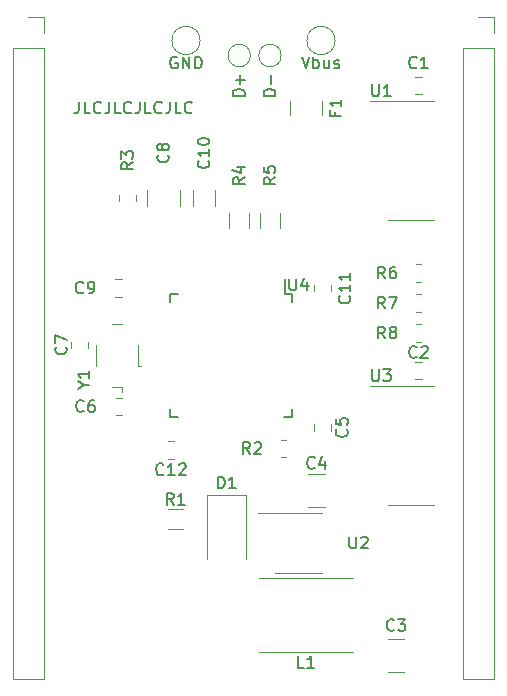
<source format=gbr>
%TF.GenerationSoftware,KiCad,Pcbnew,(5.1.7)-1*%
%TF.CreationDate,2021-01-12T16:12:07+01:00*%
%TF.ProjectId,slckb,736c636b-622e-46b6-9963-61645f706362,rev?*%
%TF.SameCoordinates,Original*%
%TF.FileFunction,Legend,Top*%
%TF.FilePolarity,Positive*%
%FSLAX46Y46*%
G04 Gerber Fmt 4.6, Leading zero omitted, Abs format (unit mm)*
G04 Created by KiCad (PCBNEW (5.1.7)-1) date 2021-01-12 16:12:08*
%MOMM*%
%LPD*%
G01*
G04 APERTURE LIST*
%ADD10C,0.150000*%
%ADD11C,0.120000*%
G04 APERTURE END LIST*
D10*
X175720952Y-59142380D02*
X175720952Y-59856666D01*
X175673333Y-59999523D01*
X175578095Y-60094761D01*
X175435238Y-60142380D01*
X175340000Y-60142380D01*
X176673333Y-60142380D02*
X176197142Y-60142380D01*
X176197142Y-59142380D01*
X177578095Y-60047142D02*
X177530476Y-60094761D01*
X177387619Y-60142380D01*
X177292380Y-60142380D01*
X177149523Y-60094761D01*
X177054285Y-59999523D01*
X177006666Y-59904285D01*
X176959047Y-59713809D01*
X176959047Y-59570952D01*
X177006666Y-59380476D01*
X177054285Y-59285238D01*
X177149523Y-59190000D01*
X177292380Y-59142380D01*
X177387619Y-59142380D01*
X177530476Y-59190000D01*
X177578095Y-59237619D01*
X178292380Y-59142380D02*
X178292380Y-59856666D01*
X178244761Y-59999523D01*
X178149523Y-60094761D01*
X178006666Y-60142380D01*
X177911428Y-60142380D01*
X179244761Y-60142380D02*
X178768571Y-60142380D01*
X178768571Y-59142380D01*
X180149523Y-60047142D02*
X180101904Y-60094761D01*
X179959047Y-60142380D01*
X179863809Y-60142380D01*
X179720952Y-60094761D01*
X179625714Y-59999523D01*
X179578095Y-59904285D01*
X179530476Y-59713809D01*
X179530476Y-59570952D01*
X179578095Y-59380476D01*
X179625714Y-59285238D01*
X179720952Y-59190000D01*
X179863809Y-59142380D01*
X179959047Y-59142380D01*
X180101904Y-59190000D01*
X180149523Y-59237619D01*
X180863809Y-59142380D02*
X180863809Y-59856666D01*
X180816190Y-59999523D01*
X180720952Y-60094761D01*
X180578095Y-60142380D01*
X180482857Y-60142380D01*
X181816190Y-60142380D02*
X181340000Y-60142380D01*
X181340000Y-59142380D01*
X182720952Y-60047142D02*
X182673333Y-60094761D01*
X182530476Y-60142380D01*
X182435238Y-60142380D01*
X182292380Y-60094761D01*
X182197142Y-59999523D01*
X182149523Y-59904285D01*
X182101904Y-59713809D01*
X182101904Y-59570952D01*
X182149523Y-59380476D01*
X182197142Y-59285238D01*
X182292380Y-59190000D01*
X182435238Y-59142380D01*
X182530476Y-59142380D01*
X182673333Y-59190000D01*
X182720952Y-59237619D01*
X183435238Y-59142380D02*
X183435238Y-59856666D01*
X183387619Y-59999523D01*
X183292380Y-60094761D01*
X183149523Y-60142380D01*
X183054285Y-60142380D01*
X184387619Y-60142380D02*
X183911428Y-60142380D01*
X183911428Y-59142380D01*
X185292380Y-60047142D02*
X185244761Y-60094761D01*
X185101904Y-60142380D01*
X185006666Y-60142380D01*
X184863809Y-60094761D01*
X184768571Y-59999523D01*
X184720952Y-59904285D01*
X184673333Y-59713809D01*
X184673333Y-59570952D01*
X184720952Y-59380476D01*
X184768571Y-59285238D01*
X184863809Y-59190000D01*
X185006666Y-59142380D01*
X185101904Y-59142380D01*
X185244761Y-59190000D01*
X185292380Y-59237619D01*
D11*
X204731252Y-82650000D02*
X204208748Y-82650000D01*
X204731252Y-81180000D02*
X204208748Y-81180000D01*
X204242936Y-79475000D02*
X204697064Y-79475000D01*
X204242936Y-78005000D02*
X204697064Y-78005000D01*
X204242936Y-76935000D02*
X204697064Y-76935000D01*
X204242936Y-75465000D02*
X204697064Y-75465000D01*
X204242936Y-74395000D02*
X204697064Y-74395000D01*
X204242936Y-72925000D02*
X204697064Y-72925000D01*
X180567000Y-67082936D02*
X180567000Y-67537064D01*
X179097000Y-67082936D02*
X179097000Y-67537064D01*
X193290564Y-87784000D02*
X192836436Y-87784000D01*
X193290564Y-89254000D02*
X192836436Y-89254000D01*
X209550000Y-52010000D02*
X210880000Y-52010000D01*
X210880000Y-52010000D02*
X210880000Y-53340000D01*
X210880000Y-54610000D02*
X210880000Y-108010000D01*
X208220000Y-108010000D02*
X210880000Y-108010000D01*
X208220000Y-54610000D02*
X208220000Y-108010000D01*
X208220000Y-54610000D02*
X210880000Y-54610000D01*
X171450000Y-52010000D02*
X172780000Y-52010000D01*
X172780000Y-52010000D02*
X172780000Y-53340000D01*
X172780000Y-54610000D02*
X172780000Y-108010000D01*
X170120000Y-108010000D02*
X172780000Y-108010000D01*
X170120000Y-54610000D02*
X170120000Y-108010000D01*
X170120000Y-54610000D02*
X172780000Y-54610000D01*
X184496000Y-95338000D02*
X183296000Y-95338000D01*
X183296000Y-93638000D02*
X184496000Y-93638000D01*
X198945000Y-105716000D02*
X190945000Y-105716000D01*
X198945000Y-99516000D02*
X190945000Y-99516000D01*
X189864000Y-92485000D02*
X186564000Y-92485000D01*
X186564000Y-92485000D02*
X186564000Y-97885000D01*
X189864000Y-92485000D02*
X189864000Y-97885000D01*
X201853748Y-104685000D02*
X203276252Y-104685000D01*
X201853748Y-107405000D02*
X203276252Y-107405000D01*
X185985000Y-53975000D02*
G75*
G03*
X185985000Y-53975000I-1200000J0D01*
G01*
X197415000Y-53975000D02*
G75*
G03*
X197415000Y-53975000I-1200000J0D01*
G01*
X203835000Y-83205000D02*
X200385000Y-83205000D01*
X203835000Y-83205000D02*
X205785000Y-83205000D01*
X203835000Y-93325000D02*
X201885000Y-93325000D01*
X203835000Y-93325000D02*
X205785000Y-93325000D01*
X190244999Y-55245000D02*
G75*
G03*
X190244999Y-55245000I-950000J0D01*
G01*
X192845001Y-55245000D02*
G75*
G03*
X192845001Y-55245000I-950000J0D01*
G01*
X183776252Y-89381000D02*
X183253748Y-89381000D01*
X183776252Y-87911000D02*
X183253748Y-87911000D01*
X195607000Y-75206252D02*
X195607000Y-74683748D01*
X197077000Y-75206252D02*
X197077000Y-74683748D01*
X179331252Y-75665000D02*
X178808748Y-75665000D01*
X179331252Y-74195000D02*
X178808748Y-74195000D01*
X197077000Y-86479748D02*
X197077000Y-87002252D01*
X195607000Y-86479748D02*
X195607000Y-87002252D01*
X204731252Y-58520000D02*
X204208748Y-58520000D01*
X204731252Y-57050000D02*
X204208748Y-57050000D01*
X180743000Y-81545000D02*
X180983000Y-81545000D01*
X180743000Y-79745000D02*
X180743000Y-81545000D01*
X177143000Y-81545000D02*
X177143000Y-79745000D01*
X178543000Y-77945000D02*
X179343000Y-77945000D01*
X179343000Y-83345000D02*
X178543000Y-83345000D01*
X179343000Y-83745000D02*
X179343000Y-83345000D01*
D10*
X193770000Y-75470000D02*
X193195000Y-75470000D01*
X193770000Y-85820000D02*
X193095000Y-85820000D01*
X183420000Y-85820000D02*
X184095000Y-85820000D01*
X183420000Y-75470000D02*
X184095000Y-75470000D01*
X193770000Y-75470000D02*
X193770000Y-76145000D01*
X183420000Y-75470000D02*
X183420000Y-76145000D01*
X183420000Y-85820000D02*
X183420000Y-85145000D01*
X193770000Y-85820000D02*
X193770000Y-85145000D01*
X193195000Y-75470000D02*
X193195000Y-74195000D01*
D11*
X203835000Y-59075000D02*
X200385000Y-59075000D01*
X203835000Y-59075000D02*
X205785000Y-59075000D01*
X203835000Y-69195000D02*
X201885000Y-69195000D01*
X203835000Y-69195000D02*
X205785000Y-69195000D01*
X191045001Y-69815000D02*
X191045001Y-68615000D01*
X192745001Y-68615000D02*
X192745001Y-69815000D01*
X188444999Y-69815000D02*
X188444999Y-68615000D01*
X190144999Y-68615000D02*
X190144999Y-69815000D01*
X196305000Y-60292064D02*
X196305000Y-59087936D01*
X193585000Y-60292064D02*
X193585000Y-59087936D01*
X185399000Y-68021252D02*
X185399000Y-66598748D01*
X187219000Y-68021252D02*
X187219000Y-66598748D01*
X184240000Y-68021252D02*
X184240000Y-66598748D01*
X181520000Y-68021252D02*
X181520000Y-66598748D01*
X175033000Y-80017252D02*
X175033000Y-79494748D01*
X176503000Y-80017252D02*
X176503000Y-79494748D01*
X179366752Y-84228000D02*
X178844248Y-84228000D01*
X179366752Y-85698000D02*
X178844248Y-85698000D01*
X194310000Y-99080000D02*
X196260000Y-99080000D01*
X194310000Y-99080000D02*
X192360000Y-99080000D01*
X194310000Y-93960000D02*
X196260000Y-93960000D01*
X194310000Y-93960000D02*
X190860000Y-93960000D01*
X195122748Y-90715000D02*
X196545252Y-90715000D01*
X195122748Y-93435000D02*
X196545252Y-93435000D01*
D10*
X204303333Y-80748142D02*
X204255714Y-80795761D01*
X204112857Y-80843380D01*
X204017619Y-80843380D01*
X203874761Y-80795761D01*
X203779523Y-80700523D01*
X203731904Y-80605285D01*
X203684285Y-80414809D01*
X203684285Y-80271952D01*
X203731904Y-80081476D01*
X203779523Y-79986238D01*
X203874761Y-79891000D01*
X204017619Y-79843380D01*
X204112857Y-79843380D01*
X204255714Y-79891000D01*
X204303333Y-79938619D01*
X204684285Y-79938619D02*
X204731904Y-79891000D01*
X204827142Y-79843380D01*
X205065238Y-79843380D01*
X205160476Y-79891000D01*
X205208095Y-79938619D01*
X205255714Y-80033857D01*
X205255714Y-80129095D01*
X205208095Y-80271952D01*
X204636666Y-80843380D01*
X205255714Y-80843380D01*
X201636333Y-79192380D02*
X201303000Y-78716190D01*
X201064904Y-79192380D02*
X201064904Y-78192380D01*
X201445857Y-78192380D01*
X201541095Y-78240000D01*
X201588714Y-78287619D01*
X201636333Y-78382857D01*
X201636333Y-78525714D01*
X201588714Y-78620952D01*
X201541095Y-78668571D01*
X201445857Y-78716190D01*
X201064904Y-78716190D01*
X202207761Y-78620952D02*
X202112523Y-78573333D01*
X202064904Y-78525714D01*
X202017285Y-78430476D01*
X202017285Y-78382857D01*
X202064904Y-78287619D01*
X202112523Y-78240000D01*
X202207761Y-78192380D01*
X202398238Y-78192380D01*
X202493476Y-78240000D01*
X202541095Y-78287619D01*
X202588714Y-78382857D01*
X202588714Y-78430476D01*
X202541095Y-78525714D01*
X202493476Y-78573333D01*
X202398238Y-78620952D01*
X202207761Y-78620952D01*
X202112523Y-78668571D01*
X202064904Y-78716190D01*
X202017285Y-78811428D01*
X202017285Y-79001904D01*
X202064904Y-79097142D01*
X202112523Y-79144761D01*
X202207761Y-79192380D01*
X202398238Y-79192380D01*
X202493476Y-79144761D01*
X202541095Y-79097142D01*
X202588714Y-79001904D01*
X202588714Y-78811428D01*
X202541095Y-78716190D01*
X202493476Y-78668571D01*
X202398238Y-78620952D01*
X201636333Y-76652380D02*
X201303000Y-76176190D01*
X201064904Y-76652380D02*
X201064904Y-75652380D01*
X201445857Y-75652380D01*
X201541095Y-75700000D01*
X201588714Y-75747619D01*
X201636333Y-75842857D01*
X201636333Y-75985714D01*
X201588714Y-76080952D01*
X201541095Y-76128571D01*
X201445857Y-76176190D01*
X201064904Y-76176190D01*
X201969666Y-75652380D02*
X202636333Y-75652380D01*
X202207761Y-76652380D01*
X201636333Y-74112380D02*
X201303000Y-73636190D01*
X201064904Y-74112380D02*
X201064904Y-73112380D01*
X201445857Y-73112380D01*
X201541095Y-73160000D01*
X201588714Y-73207619D01*
X201636333Y-73302857D01*
X201636333Y-73445714D01*
X201588714Y-73540952D01*
X201541095Y-73588571D01*
X201445857Y-73636190D01*
X201064904Y-73636190D01*
X202493476Y-73112380D02*
X202303000Y-73112380D01*
X202207761Y-73160000D01*
X202160142Y-73207619D01*
X202064904Y-73350476D01*
X202017285Y-73540952D01*
X202017285Y-73921904D01*
X202064904Y-74017142D01*
X202112523Y-74064761D01*
X202207761Y-74112380D01*
X202398238Y-74112380D01*
X202493476Y-74064761D01*
X202541095Y-74017142D01*
X202588714Y-73921904D01*
X202588714Y-73683809D01*
X202541095Y-73588571D01*
X202493476Y-73540952D01*
X202398238Y-73493333D01*
X202207761Y-73493333D01*
X202112523Y-73540952D01*
X202064904Y-73588571D01*
X202017285Y-73683809D01*
X180284380Y-64301666D02*
X179808190Y-64635000D01*
X180284380Y-64873095D02*
X179284380Y-64873095D01*
X179284380Y-64492142D01*
X179332000Y-64396904D01*
X179379619Y-64349285D01*
X179474857Y-64301666D01*
X179617714Y-64301666D01*
X179712952Y-64349285D01*
X179760571Y-64396904D01*
X179808190Y-64492142D01*
X179808190Y-64873095D01*
X179284380Y-63968333D02*
X179284380Y-63349285D01*
X179665333Y-63682619D01*
X179665333Y-63539761D01*
X179712952Y-63444523D01*
X179760571Y-63396904D01*
X179855809Y-63349285D01*
X180093904Y-63349285D01*
X180189142Y-63396904D01*
X180236761Y-63444523D01*
X180284380Y-63539761D01*
X180284380Y-63825476D01*
X180236761Y-63920714D01*
X180189142Y-63968333D01*
X190206333Y-88971380D02*
X189873000Y-88495190D01*
X189634904Y-88971380D02*
X189634904Y-87971380D01*
X190015857Y-87971380D01*
X190111095Y-88019000D01*
X190158714Y-88066619D01*
X190206333Y-88161857D01*
X190206333Y-88304714D01*
X190158714Y-88399952D01*
X190111095Y-88447571D01*
X190015857Y-88495190D01*
X189634904Y-88495190D01*
X190587285Y-88066619D02*
X190634904Y-88019000D01*
X190730142Y-87971380D01*
X190968238Y-87971380D01*
X191063476Y-88019000D01*
X191111095Y-88066619D01*
X191158714Y-88161857D01*
X191158714Y-88257095D01*
X191111095Y-88399952D01*
X190539666Y-88971380D01*
X191158714Y-88971380D01*
X183729333Y-93290380D02*
X183396000Y-92814190D01*
X183157904Y-93290380D02*
X183157904Y-92290380D01*
X183538857Y-92290380D01*
X183634095Y-92338000D01*
X183681714Y-92385619D01*
X183729333Y-92480857D01*
X183729333Y-92623714D01*
X183681714Y-92718952D01*
X183634095Y-92766571D01*
X183538857Y-92814190D01*
X183157904Y-92814190D01*
X184681714Y-93290380D02*
X184110285Y-93290380D01*
X184396000Y-93290380D02*
X184396000Y-92290380D01*
X184300761Y-92433238D01*
X184205523Y-92528476D01*
X184110285Y-92576095D01*
X194778333Y-107068380D02*
X194302142Y-107068380D01*
X194302142Y-106068380D01*
X195635476Y-107068380D02*
X195064047Y-107068380D01*
X195349761Y-107068380D02*
X195349761Y-106068380D01*
X195254523Y-106211238D01*
X195159285Y-106306476D01*
X195064047Y-106354095D01*
X187475904Y-91892380D02*
X187475904Y-90892380D01*
X187714000Y-90892380D01*
X187856857Y-90940000D01*
X187952095Y-91035238D01*
X187999714Y-91130476D01*
X188047333Y-91320952D01*
X188047333Y-91463809D01*
X187999714Y-91654285D01*
X187952095Y-91749523D01*
X187856857Y-91844761D01*
X187714000Y-91892380D01*
X187475904Y-91892380D01*
X188999714Y-91892380D02*
X188428285Y-91892380D01*
X188714000Y-91892380D02*
X188714000Y-90892380D01*
X188618761Y-91035238D01*
X188523523Y-91130476D01*
X188428285Y-91178095D01*
X202398333Y-103862142D02*
X202350714Y-103909761D01*
X202207857Y-103957380D01*
X202112619Y-103957380D01*
X201969761Y-103909761D01*
X201874523Y-103814523D01*
X201826904Y-103719285D01*
X201779285Y-103528809D01*
X201779285Y-103385952D01*
X201826904Y-103195476D01*
X201874523Y-103100238D01*
X201969761Y-103005000D01*
X202112619Y-102957380D01*
X202207857Y-102957380D01*
X202350714Y-103005000D01*
X202398333Y-103052619D01*
X202731666Y-102957380D02*
X203350714Y-102957380D01*
X203017380Y-103338333D01*
X203160238Y-103338333D01*
X203255476Y-103385952D01*
X203303095Y-103433571D01*
X203350714Y-103528809D01*
X203350714Y-103766904D01*
X203303095Y-103862142D01*
X203255476Y-103909761D01*
X203160238Y-103957380D01*
X202874523Y-103957380D01*
X202779285Y-103909761D01*
X202731666Y-103862142D01*
X184023095Y-55380000D02*
X183927857Y-55332380D01*
X183785000Y-55332380D01*
X183642142Y-55380000D01*
X183546904Y-55475238D01*
X183499285Y-55570476D01*
X183451666Y-55760952D01*
X183451666Y-55903809D01*
X183499285Y-56094285D01*
X183546904Y-56189523D01*
X183642142Y-56284761D01*
X183785000Y-56332380D01*
X183880238Y-56332380D01*
X184023095Y-56284761D01*
X184070714Y-56237142D01*
X184070714Y-55903809D01*
X183880238Y-55903809D01*
X184499285Y-56332380D02*
X184499285Y-55332380D01*
X185070714Y-56332380D01*
X185070714Y-55332380D01*
X185546904Y-56332380D02*
X185546904Y-55332380D01*
X185785000Y-55332380D01*
X185927857Y-55380000D01*
X186023095Y-55475238D01*
X186070714Y-55570476D01*
X186118333Y-55760952D01*
X186118333Y-55903809D01*
X186070714Y-56094285D01*
X186023095Y-56189523D01*
X185927857Y-56284761D01*
X185785000Y-56332380D01*
X185546904Y-56332380D01*
X194572142Y-55332380D02*
X194905476Y-56332380D01*
X195238809Y-55332380D01*
X195572142Y-56332380D02*
X195572142Y-55332380D01*
X195572142Y-55713333D02*
X195667380Y-55665714D01*
X195857857Y-55665714D01*
X195953095Y-55713333D01*
X196000714Y-55760952D01*
X196048333Y-55856190D01*
X196048333Y-56141904D01*
X196000714Y-56237142D01*
X195953095Y-56284761D01*
X195857857Y-56332380D01*
X195667380Y-56332380D01*
X195572142Y-56284761D01*
X196905476Y-55665714D02*
X196905476Y-56332380D01*
X196476904Y-55665714D02*
X196476904Y-56189523D01*
X196524523Y-56284761D01*
X196619761Y-56332380D01*
X196762619Y-56332380D01*
X196857857Y-56284761D01*
X196905476Y-56237142D01*
X197334047Y-56284761D02*
X197429285Y-56332380D01*
X197619761Y-56332380D01*
X197715000Y-56284761D01*
X197762619Y-56189523D01*
X197762619Y-56141904D01*
X197715000Y-56046666D01*
X197619761Y-55999047D01*
X197476904Y-55999047D01*
X197381666Y-55951428D01*
X197334047Y-55856190D01*
X197334047Y-55808571D01*
X197381666Y-55713333D01*
X197476904Y-55665714D01*
X197619761Y-55665714D01*
X197715000Y-55713333D01*
X200533095Y-81817380D02*
X200533095Y-82626904D01*
X200580714Y-82722142D01*
X200628333Y-82769761D01*
X200723571Y-82817380D01*
X200914047Y-82817380D01*
X201009285Y-82769761D01*
X201056904Y-82722142D01*
X201104523Y-82626904D01*
X201104523Y-81817380D01*
X201485476Y-81817380D02*
X202104523Y-81817380D01*
X201771190Y-82198333D01*
X201914047Y-82198333D01*
X202009285Y-82245952D01*
X202056904Y-82293571D01*
X202104523Y-82388809D01*
X202104523Y-82626904D01*
X202056904Y-82722142D01*
X202009285Y-82769761D01*
X201914047Y-82817380D01*
X201628333Y-82817380D01*
X201533095Y-82769761D01*
X201485476Y-82722142D01*
X189745880Y-58665952D02*
X188745880Y-58665952D01*
X188745880Y-58427857D01*
X188793500Y-58285000D01*
X188888738Y-58189761D01*
X188983976Y-58142142D01*
X189174452Y-58094523D01*
X189317309Y-58094523D01*
X189507785Y-58142142D01*
X189603023Y-58189761D01*
X189698261Y-58285000D01*
X189745880Y-58427857D01*
X189745880Y-58665952D01*
X189364928Y-57665952D02*
X189364928Y-56904047D01*
X189745880Y-57285000D02*
X188983976Y-57285000D01*
X192349380Y-58665952D02*
X191349380Y-58665952D01*
X191349380Y-58427857D01*
X191397000Y-58285000D01*
X191492238Y-58189761D01*
X191587476Y-58142142D01*
X191777952Y-58094523D01*
X191920809Y-58094523D01*
X192111285Y-58142142D01*
X192206523Y-58189761D01*
X192301761Y-58285000D01*
X192349380Y-58427857D01*
X192349380Y-58665952D01*
X191968428Y-57665952D02*
X191968428Y-56904047D01*
X182872142Y-90683142D02*
X182824523Y-90730761D01*
X182681666Y-90778380D01*
X182586428Y-90778380D01*
X182443571Y-90730761D01*
X182348333Y-90635523D01*
X182300714Y-90540285D01*
X182253095Y-90349809D01*
X182253095Y-90206952D01*
X182300714Y-90016476D01*
X182348333Y-89921238D01*
X182443571Y-89826000D01*
X182586428Y-89778380D01*
X182681666Y-89778380D01*
X182824523Y-89826000D01*
X182872142Y-89873619D01*
X183824523Y-90778380D02*
X183253095Y-90778380D01*
X183538809Y-90778380D02*
X183538809Y-89778380D01*
X183443571Y-89921238D01*
X183348333Y-90016476D01*
X183253095Y-90064095D01*
X184205476Y-89873619D02*
X184253095Y-89826000D01*
X184348333Y-89778380D01*
X184586428Y-89778380D01*
X184681666Y-89826000D01*
X184729285Y-89873619D01*
X184776904Y-89968857D01*
X184776904Y-90064095D01*
X184729285Y-90206952D01*
X184157857Y-90778380D01*
X184776904Y-90778380D01*
X198604142Y-75587857D02*
X198651761Y-75635476D01*
X198699380Y-75778333D01*
X198699380Y-75873571D01*
X198651761Y-76016428D01*
X198556523Y-76111666D01*
X198461285Y-76159285D01*
X198270809Y-76206904D01*
X198127952Y-76206904D01*
X197937476Y-76159285D01*
X197842238Y-76111666D01*
X197747000Y-76016428D01*
X197699380Y-75873571D01*
X197699380Y-75778333D01*
X197747000Y-75635476D01*
X197794619Y-75587857D01*
X198699380Y-74635476D02*
X198699380Y-75206904D01*
X198699380Y-74921190D02*
X197699380Y-74921190D01*
X197842238Y-75016428D01*
X197937476Y-75111666D01*
X197985095Y-75206904D01*
X198699380Y-73683095D02*
X198699380Y-74254523D01*
X198699380Y-73968809D02*
X197699380Y-73968809D01*
X197842238Y-74064047D01*
X197937476Y-74159285D01*
X197985095Y-74254523D01*
X176073833Y-75287142D02*
X176026214Y-75334761D01*
X175883357Y-75382380D01*
X175788119Y-75382380D01*
X175645261Y-75334761D01*
X175550023Y-75239523D01*
X175502404Y-75144285D01*
X175454785Y-74953809D01*
X175454785Y-74810952D01*
X175502404Y-74620476D01*
X175550023Y-74525238D01*
X175645261Y-74430000D01*
X175788119Y-74382380D01*
X175883357Y-74382380D01*
X176026214Y-74430000D01*
X176073833Y-74477619D01*
X176550023Y-75382380D02*
X176740500Y-75382380D01*
X176835738Y-75334761D01*
X176883357Y-75287142D01*
X176978595Y-75144285D01*
X177026214Y-74953809D01*
X177026214Y-74572857D01*
X176978595Y-74477619D01*
X176930976Y-74430000D01*
X176835738Y-74382380D01*
X176645261Y-74382380D01*
X176550023Y-74430000D01*
X176502404Y-74477619D01*
X176454785Y-74572857D01*
X176454785Y-74810952D01*
X176502404Y-74906190D01*
X176550023Y-74953809D01*
X176645261Y-75001428D01*
X176835738Y-75001428D01*
X176930976Y-74953809D01*
X176978595Y-74906190D01*
X177026214Y-74810952D01*
X198379142Y-86907666D02*
X198426761Y-86955285D01*
X198474380Y-87098142D01*
X198474380Y-87193380D01*
X198426761Y-87336238D01*
X198331523Y-87431476D01*
X198236285Y-87479095D01*
X198045809Y-87526714D01*
X197902952Y-87526714D01*
X197712476Y-87479095D01*
X197617238Y-87431476D01*
X197522000Y-87336238D01*
X197474380Y-87193380D01*
X197474380Y-87098142D01*
X197522000Y-86955285D01*
X197569619Y-86907666D01*
X197474380Y-86002904D02*
X197474380Y-86479095D01*
X197950571Y-86526714D01*
X197902952Y-86479095D01*
X197855333Y-86383857D01*
X197855333Y-86145761D01*
X197902952Y-86050523D01*
X197950571Y-86002904D01*
X198045809Y-85955285D01*
X198283904Y-85955285D01*
X198379142Y-86002904D01*
X198426761Y-86050523D01*
X198474380Y-86145761D01*
X198474380Y-86383857D01*
X198426761Y-86479095D01*
X198379142Y-86526714D01*
X204303333Y-56237142D02*
X204255714Y-56284761D01*
X204112857Y-56332380D01*
X204017619Y-56332380D01*
X203874761Y-56284761D01*
X203779523Y-56189523D01*
X203731904Y-56094285D01*
X203684285Y-55903809D01*
X203684285Y-55760952D01*
X203731904Y-55570476D01*
X203779523Y-55475238D01*
X203874761Y-55380000D01*
X204017619Y-55332380D01*
X204112857Y-55332380D01*
X204255714Y-55380000D01*
X204303333Y-55427619D01*
X205255714Y-56332380D02*
X204684285Y-56332380D01*
X204970000Y-56332380D02*
X204970000Y-55332380D01*
X204874761Y-55475238D01*
X204779523Y-55570476D01*
X204684285Y-55618095D01*
X176125190Y-83153190D02*
X176601380Y-83153190D01*
X175601380Y-83486523D02*
X176125190Y-83153190D01*
X175601380Y-82819857D01*
X176601380Y-81962714D02*
X176601380Y-82534142D01*
X176601380Y-82248428D02*
X175601380Y-82248428D01*
X175744238Y-82343666D01*
X175839476Y-82438904D01*
X175887095Y-82534142D01*
X193548095Y-74128380D02*
X193548095Y-74937904D01*
X193595714Y-75033142D01*
X193643333Y-75080761D01*
X193738571Y-75128380D01*
X193929047Y-75128380D01*
X194024285Y-75080761D01*
X194071904Y-75033142D01*
X194119523Y-74937904D01*
X194119523Y-74128380D01*
X195024285Y-74461714D02*
X195024285Y-75128380D01*
X194786190Y-74080761D02*
X194548095Y-74795047D01*
X195167142Y-74795047D01*
X200533095Y-57687380D02*
X200533095Y-58496904D01*
X200580714Y-58592142D01*
X200628333Y-58639761D01*
X200723571Y-58687380D01*
X200914047Y-58687380D01*
X201009285Y-58639761D01*
X201056904Y-58592142D01*
X201104523Y-58496904D01*
X201104523Y-57687380D01*
X202104523Y-58687380D02*
X201533095Y-58687380D01*
X201818809Y-58687380D02*
X201818809Y-57687380D01*
X201723571Y-57830238D01*
X201628333Y-57925476D01*
X201533095Y-57973095D01*
X192347381Y-65571666D02*
X191871191Y-65905000D01*
X192347381Y-66143095D02*
X191347381Y-66143095D01*
X191347381Y-65762142D01*
X191395001Y-65666904D01*
X191442620Y-65619285D01*
X191537858Y-65571666D01*
X191680715Y-65571666D01*
X191775953Y-65619285D01*
X191823572Y-65666904D01*
X191871191Y-65762142D01*
X191871191Y-66143095D01*
X191347381Y-64666904D02*
X191347381Y-65143095D01*
X191823572Y-65190714D01*
X191775953Y-65143095D01*
X191728334Y-65047857D01*
X191728334Y-64809761D01*
X191775953Y-64714523D01*
X191823572Y-64666904D01*
X191918810Y-64619285D01*
X192156905Y-64619285D01*
X192252143Y-64666904D01*
X192299762Y-64714523D01*
X192347381Y-64809761D01*
X192347381Y-65047857D01*
X192299762Y-65143095D01*
X192252143Y-65190714D01*
X189747379Y-65571666D02*
X189271189Y-65905000D01*
X189747379Y-66143095D02*
X188747379Y-66143095D01*
X188747379Y-65762142D01*
X188794999Y-65666904D01*
X188842618Y-65619285D01*
X188937856Y-65571666D01*
X189080713Y-65571666D01*
X189175951Y-65619285D01*
X189223570Y-65666904D01*
X189271189Y-65762142D01*
X189271189Y-66143095D01*
X189080713Y-64714523D02*
X189747379Y-64714523D01*
X188699760Y-64952619D02*
X189414046Y-65190714D01*
X189414046Y-64571666D01*
X197413571Y-60023333D02*
X197413571Y-60356666D01*
X197937380Y-60356666D02*
X196937380Y-60356666D01*
X196937380Y-59880476D01*
X197937380Y-58975714D02*
X197937380Y-59547142D01*
X197937380Y-59261428D02*
X196937380Y-59261428D01*
X197080238Y-59356666D01*
X197175476Y-59451904D01*
X197223095Y-59547142D01*
X186666142Y-64142857D02*
X186713761Y-64190476D01*
X186761380Y-64333333D01*
X186761380Y-64428571D01*
X186713761Y-64571428D01*
X186618523Y-64666666D01*
X186523285Y-64714285D01*
X186332809Y-64761904D01*
X186189952Y-64761904D01*
X185999476Y-64714285D01*
X185904238Y-64666666D01*
X185809000Y-64571428D01*
X185761380Y-64428571D01*
X185761380Y-64333333D01*
X185809000Y-64190476D01*
X185856619Y-64142857D01*
X186761380Y-63190476D02*
X186761380Y-63761904D01*
X186761380Y-63476190D02*
X185761380Y-63476190D01*
X185904238Y-63571428D01*
X185999476Y-63666666D01*
X186047095Y-63761904D01*
X185761380Y-62571428D02*
X185761380Y-62476190D01*
X185809000Y-62380952D01*
X185856619Y-62333333D01*
X185951857Y-62285714D01*
X186142333Y-62238095D01*
X186380428Y-62238095D01*
X186570904Y-62285714D01*
X186666142Y-62333333D01*
X186713761Y-62380952D01*
X186761380Y-62476190D01*
X186761380Y-62571428D01*
X186713761Y-62666666D01*
X186666142Y-62714285D01*
X186570904Y-62761904D01*
X186380428Y-62809523D01*
X186142333Y-62809523D01*
X185951857Y-62761904D01*
X185856619Y-62714285D01*
X185809000Y-62666666D01*
X185761380Y-62571428D01*
X183237142Y-63666666D02*
X183284761Y-63714285D01*
X183332380Y-63857142D01*
X183332380Y-63952380D01*
X183284761Y-64095238D01*
X183189523Y-64190476D01*
X183094285Y-64238095D01*
X182903809Y-64285714D01*
X182760952Y-64285714D01*
X182570476Y-64238095D01*
X182475238Y-64190476D01*
X182380000Y-64095238D01*
X182332380Y-63952380D01*
X182332380Y-63857142D01*
X182380000Y-63714285D01*
X182427619Y-63666666D01*
X182760952Y-63095238D02*
X182713333Y-63190476D01*
X182665714Y-63238095D01*
X182570476Y-63285714D01*
X182522857Y-63285714D01*
X182427619Y-63238095D01*
X182380000Y-63190476D01*
X182332380Y-63095238D01*
X182332380Y-62904761D01*
X182380000Y-62809523D01*
X182427619Y-62761904D01*
X182522857Y-62714285D01*
X182570476Y-62714285D01*
X182665714Y-62761904D01*
X182713333Y-62809523D01*
X182760952Y-62904761D01*
X182760952Y-63095238D01*
X182808571Y-63190476D01*
X182856190Y-63238095D01*
X182951428Y-63285714D01*
X183141904Y-63285714D01*
X183237142Y-63238095D01*
X183284761Y-63190476D01*
X183332380Y-63095238D01*
X183332380Y-62904761D01*
X183284761Y-62809523D01*
X183237142Y-62761904D01*
X183141904Y-62714285D01*
X182951428Y-62714285D01*
X182856190Y-62761904D01*
X182808571Y-62809523D01*
X182760952Y-62904761D01*
X174601142Y-79922666D02*
X174648761Y-79970285D01*
X174696380Y-80113142D01*
X174696380Y-80208380D01*
X174648761Y-80351238D01*
X174553523Y-80446476D01*
X174458285Y-80494095D01*
X174267809Y-80541714D01*
X174124952Y-80541714D01*
X173934476Y-80494095D01*
X173839238Y-80446476D01*
X173744000Y-80351238D01*
X173696380Y-80208380D01*
X173696380Y-80113142D01*
X173744000Y-79970285D01*
X173791619Y-79922666D01*
X173696380Y-79589333D02*
X173696380Y-78922666D01*
X174696380Y-79351238D01*
X176109333Y-85320142D02*
X176061714Y-85367761D01*
X175918857Y-85415380D01*
X175823619Y-85415380D01*
X175680761Y-85367761D01*
X175585523Y-85272523D01*
X175537904Y-85177285D01*
X175490285Y-84986809D01*
X175490285Y-84843952D01*
X175537904Y-84653476D01*
X175585523Y-84558238D01*
X175680761Y-84463000D01*
X175823619Y-84415380D01*
X175918857Y-84415380D01*
X176061714Y-84463000D01*
X176109333Y-84510619D01*
X176966476Y-84415380D02*
X176776000Y-84415380D01*
X176680761Y-84463000D01*
X176633142Y-84510619D01*
X176537904Y-84653476D01*
X176490285Y-84843952D01*
X176490285Y-85224904D01*
X176537904Y-85320142D01*
X176585523Y-85367761D01*
X176680761Y-85415380D01*
X176871238Y-85415380D01*
X176966476Y-85367761D01*
X177014095Y-85320142D01*
X177061714Y-85224904D01*
X177061714Y-84986809D01*
X177014095Y-84891571D01*
X176966476Y-84843952D01*
X176871238Y-84796333D01*
X176680761Y-84796333D01*
X176585523Y-84843952D01*
X176537904Y-84891571D01*
X176490285Y-84986809D01*
X198628095Y-95972380D02*
X198628095Y-96781904D01*
X198675714Y-96877142D01*
X198723333Y-96924761D01*
X198818571Y-96972380D01*
X199009047Y-96972380D01*
X199104285Y-96924761D01*
X199151904Y-96877142D01*
X199199523Y-96781904D01*
X199199523Y-95972380D01*
X199628095Y-96067619D02*
X199675714Y-96020000D01*
X199770952Y-95972380D01*
X200009047Y-95972380D01*
X200104285Y-96020000D01*
X200151904Y-96067619D01*
X200199523Y-96162857D01*
X200199523Y-96258095D01*
X200151904Y-96400952D01*
X199580476Y-96972380D01*
X200199523Y-96972380D01*
X195667333Y-90132142D02*
X195619714Y-90179761D01*
X195476857Y-90227380D01*
X195381619Y-90227380D01*
X195238761Y-90179761D01*
X195143523Y-90084523D01*
X195095904Y-89989285D01*
X195048285Y-89798809D01*
X195048285Y-89655952D01*
X195095904Y-89465476D01*
X195143523Y-89370238D01*
X195238761Y-89275000D01*
X195381619Y-89227380D01*
X195476857Y-89227380D01*
X195619714Y-89275000D01*
X195667333Y-89322619D01*
X196524476Y-89560714D02*
X196524476Y-90227380D01*
X196286380Y-89179761D02*
X196048285Y-89894047D01*
X196667333Y-89894047D01*
M02*

</source>
